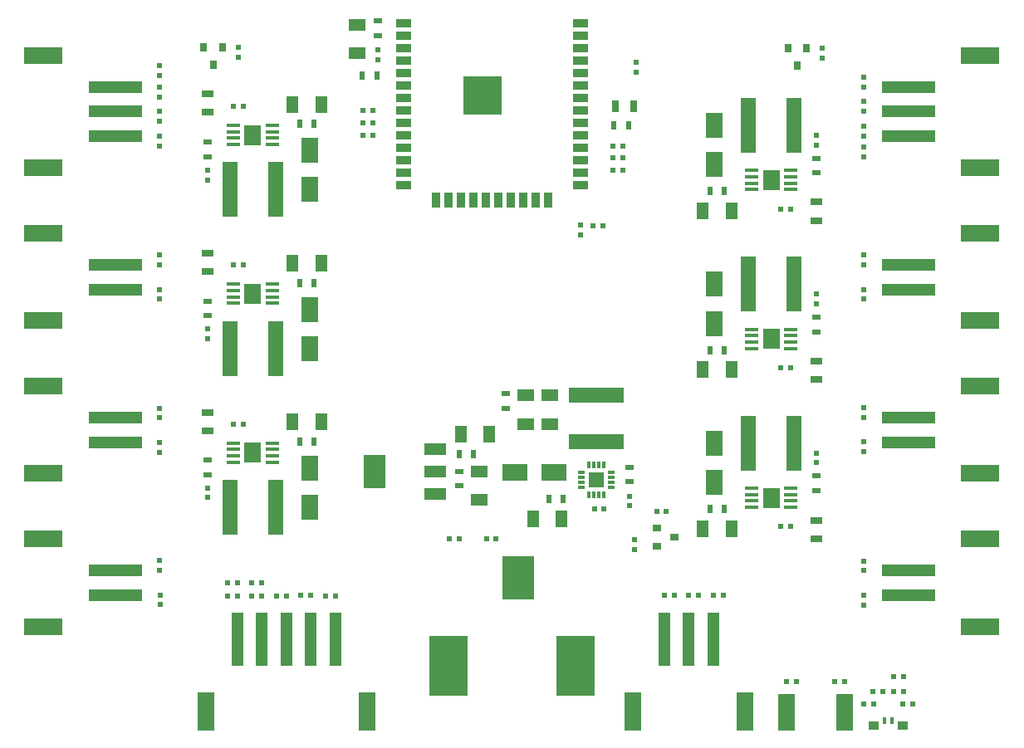
<source format=gtp>
%FSLAX25Y25*%
%MOIN*%
G70*
G01*
G75*
G04 Layer_Color=8421504*
%ADD10C,0.01772*%
%ADD11C,0.01969*%
%ADD12R,0.06693X0.09843*%
%ADD13R,0.09843X0.06693*%
%ADD14R,0.03158X0.03827*%
%ADD15R,0.03827X0.03158*%
%ADD16R,0.08661X0.04724*%
%ADD17R,0.08661X0.13780*%
%ADD18R,0.06693X0.07874*%
%ADD19R,0.05315X0.01772*%
%ADD20R,0.06693X0.14567*%
%ADD21R,0.03150X0.01181*%
%ADD22R,0.01181X0.03150*%
%ADD23R,0.06693X0.06693*%
%ADD24C,0.03150*%
%ADD25R,0.03543X0.05906*%
%ADD26R,0.05906X0.03543*%
%ADD27R,0.19685X0.19685*%
%ADD28R,0.15354X0.24410*%
%ADD29R,0.12992X0.17323*%
%ADD30R,0.01575X0.03150*%
%ADD31R,0.03937X0.03543*%
%ADD32R,0.07087X0.15354*%
%ADD33R,0.05118X0.21654*%
%ADD34R,0.15354X0.07087*%
%ADD35R,0.21654X0.05118*%
%ADD36R,0.02362X0.01969*%
%ADD37R,0.01969X0.02362*%
%ADD38R,0.03543X0.02362*%
%ADD39R,0.02362X0.03543*%
%ADD40R,0.02756X0.05118*%
%ADD41R,0.05118X0.02756*%
%ADD42R,0.06890X0.04724*%
%ADD43R,0.04724X0.06890*%
%ADD44R,0.06299X0.22441*%
%ADD45R,0.22441X0.06299*%
%ADD46C,0.03937*%
%ADD47C,0.00787*%
%ADD48C,0.01181*%
%ADD49C,0.01575*%
%ADD50C,0.02362*%
%ADD51C,0.05906*%
%ADD52C,0.01378*%
%ADD53C,0.02953*%
%ADD54C,0.03150*%
%ADD55C,0.00591*%
%ADD56R,0.10433X0.04331*%
%ADD57R,0.09449X0.04331*%
%ADD58R,0.06200X0.08500*%
%ADD59R,0.08500X0.06200*%
%ADD60R,0.06200X0.17300*%
%ADD61R,0.04331X0.09449*%
%ADD62R,0.25000X0.04331*%
%ADD63R,0.09055X0.04331*%
%ADD64R,0.11417X0.09449*%
%ADD65R,0.07087X0.04331*%
%ADD66R,0.04232X0.02854*%
%ADD67C,0.23622*%
%ADD68C,0.05906*%
%ADD69C,0.09055*%
%ADD70C,0.03543*%
%ADD71C,0.07874*%
%ADD72C,0.06299*%
%ADD73C,0.02362*%
%ADD74C,0.02598*%
%ADD75C,0.04000*%
%ADD76C,0.17716*%
%ADD77C,0.03740*%
%ADD78C,0.11614*%
%ADD79C,0.10236*%
%ADD80C,0.02756*%
%ADD81C,0.07874*%
%ADD82R,0.05906X0.04232*%
%ADD83R,0.05915X0.03248*%
%ADD84R,0.11811X0.19685*%
%ADD85R,0.19685X0.11811*%
%ADD86R,0.11811X0.11811*%
%ADD87R,0.09055X0.08764*%
%ADD88R,0.09055X0.04331*%
%ADD89R,0.08563X0.04331*%
%ADD90R,0.19488X0.10925*%
%ADD91R,0.03051X0.09449*%
%ADD92C,0.00984*%
%ADD93C,0.00100*%
%ADD94C,0.01000*%
%ADD95R,0.06299X0.06299*%
%ADD96R,0.15748X0.15748*%
D12*
X-81102Y60732D02*
D03*
Y76480D02*
D03*
Y-3047D02*
D03*
Y12701D02*
D03*
Y-66827D02*
D03*
Y-51079D02*
D03*
X81181Y-41047D02*
D03*
Y-56795D02*
D03*
Y22732D02*
D03*
Y6984D02*
D03*
Y86512D02*
D03*
Y70764D02*
D03*
D13*
X1181Y-52854D02*
D03*
X16929D02*
D03*
D14*
X114469Y110492D02*
D03*
X110728Y117461D02*
D03*
X118209D02*
D03*
X-119887Y110909D02*
D03*
X-123627Y117877D02*
D03*
X-116147D02*
D03*
D15*
X65098Y-78740D02*
D03*
X58130Y-82480D02*
D03*
Y-75000D02*
D03*
D16*
X-30807Y-61417D02*
D03*
Y-52362D02*
D03*
Y-43307D02*
D03*
D17*
X-55216Y-52362D02*
D03*
D18*
X-104035Y82681D02*
D03*
Y18902D02*
D03*
Y-44878D02*
D03*
X104114Y-62996D02*
D03*
Y783D02*
D03*
Y64563D02*
D03*
D19*
X-96260Y78843D02*
D03*
Y81402D02*
D03*
Y83961D02*
D03*
Y86520D02*
D03*
X-111811Y78843D02*
D03*
Y81402D02*
D03*
Y83961D02*
D03*
Y86520D02*
D03*
X-96260Y15063D02*
D03*
Y17622D02*
D03*
Y20181D02*
D03*
Y22740D02*
D03*
X-111811Y15063D02*
D03*
Y17622D02*
D03*
Y20181D02*
D03*
Y22740D02*
D03*
X-96260Y-48717D02*
D03*
Y-46158D02*
D03*
Y-43598D02*
D03*
Y-41039D02*
D03*
X-111811Y-48717D02*
D03*
Y-46158D02*
D03*
Y-43598D02*
D03*
Y-41039D02*
D03*
X96339Y-59158D02*
D03*
Y-61717D02*
D03*
Y-64276D02*
D03*
Y-66835D02*
D03*
X111890Y-59158D02*
D03*
Y-61717D02*
D03*
Y-64276D02*
D03*
Y-66835D02*
D03*
X96339Y4622D02*
D03*
Y2063D02*
D03*
Y-496D02*
D03*
Y-3055D02*
D03*
X111890Y4622D02*
D03*
Y2063D02*
D03*
Y-496D02*
D03*
Y-3055D02*
D03*
X96339Y68402D02*
D03*
Y65842D02*
D03*
Y63283D02*
D03*
Y60724D02*
D03*
X111890Y68402D02*
D03*
Y65842D02*
D03*
Y63283D02*
D03*
Y60724D02*
D03*
D20*
X110236Y-149016D02*
D03*
X133465D02*
D03*
D21*
X28029Y-52762D02*
D03*
Y-54730D02*
D03*
Y-56699D02*
D03*
Y-58667D02*
D03*
X39840D02*
D03*
Y-56699D02*
D03*
Y-54730D02*
D03*
Y-52762D02*
D03*
D22*
X30982Y-61620D02*
D03*
X32950D02*
D03*
X34919D02*
D03*
X36887D02*
D03*
Y-49809D02*
D03*
X34919D02*
D03*
X32950D02*
D03*
X30982D02*
D03*
D25*
X14626Y56693D02*
D03*
X9626D02*
D03*
X4626D02*
D03*
X-374D02*
D03*
X-5374D02*
D03*
X-10374D02*
D03*
X-15374D02*
D03*
X-20374D02*
D03*
X-25374D02*
D03*
X-30374D02*
D03*
D03*
D26*
X-43307Y62559D02*
D03*
Y67559D02*
D03*
Y72559D02*
D03*
Y77559D02*
D03*
Y82559D02*
D03*
Y87559D02*
D03*
Y92559D02*
D03*
Y97559D02*
D03*
Y102559D02*
D03*
Y107559D02*
D03*
Y112559D02*
D03*
Y117559D02*
D03*
Y122559D02*
D03*
Y127559D02*
D03*
X27559Y62559D02*
D03*
Y67559D02*
D03*
Y72559D02*
D03*
Y77559D02*
D03*
Y82559D02*
D03*
Y87559D02*
D03*
Y92559D02*
D03*
Y97559D02*
D03*
Y102559D02*
D03*
Y107559D02*
D03*
Y112559D02*
D03*
Y117559D02*
D03*
Y122559D02*
D03*
Y127559D02*
D03*
D28*
X25394Y-130315D02*
D03*
X-25394D02*
D03*
D29*
X2559Y-95079D02*
D03*
D30*
X152657Y-152559D02*
D03*
X149508D02*
D03*
D31*
X156988Y-154331D02*
D03*
X145177D02*
D03*
D32*
X48524Y-148622D02*
D03*
X93405D02*
D03*
X-122835D02*
D03*
X-58268D02*
D03*
D33*
X80807Y-119882D02*
D03*
X70965D02*
D03*
X61122D02*
D03*
X-110236D02*
D03*
X-100394D02*
D03*
X-90551D02*
D03*
X-80709D02*
D03*
X-70866D02*
D03*
D34*
X187992Y69685D02*
D03*
Y114567D02*
D03*
X-187992D02*
D03*
Y69685D02*
D03*
Y43154D02*
D03*
Y8114D02*
D03*
Y-18221D02*
D03*
Y-53260D02*
D03*
Y-79594D02*
D03*
Y-114634D02*
D03*
X187992D02*
D03*
Y-79594D02*
D03*
Y-53260D02*
D03*
Y-18221D02*
D03*
Y8114D02*
D03*
Y43154D02*
D03*
D35*
X159252Y101969D02*
D03*
Y92126D02*
D03*
Y82284D02*
D03*
X-159252D02*
D03*
Y92126D02*
D03*
Y101969D02*
D03*
Y20713D02*
D03*
Y30555D02*
D03*
Y-40661D02*
D03*
Y-30819D02*
D03*
Y-102035D02*
D03*
Y-92193D02*
D03*
X159252D02*
D03*
Y-102035D02*
D03*
Y-30819D02*
D03*
Y-40661D02*
D03*
Y30555D02*
D03*
Y20713D02*
D03*
D36*
X141240Y105905D02*
D03*
Y101969D02*
D03*
X124508Y117520D02*
D03*
Y113583D02*
D03*
X49311Y-83661D02*
D03*
Y-79724D02*
D03*
X141339Y86221D02*
D03*
Y82284D02*
D03*
Y77756D02*
D03*
Y73819D02*
D03*
X-141339Y106496D02*
D03*
Y110433D02*
D03*
X-122047Y64669D02*
D03*
Y68606D02*
D03*
Y890D02*
D03*
Y4827D02*
D03*
Y-62890D02*
D03*
Y-58953D02*
D03*
X122126Y-44984D02*
D03*
Y-48921D02*
D03*
Y18795D02*
D03*
Y14858D02*
D03*
Y82575D02*
D03*
Y78638D02*
D03*
X-53937Y112992D02*
D03*
Y116929D02*
D03*
X50000Y111811D02*
D03*
Y107874D02*
D03*
X27559Y46457D02*
D03*
Y42520D02*
D03*
X-109651Y117937D02*
D03*
Y113999D02*
D03*
X47244Y-62303D02*
D03*
Y-66240D02*
D03*
X-141337Y16732D02*
D03*
Y20669D02*
D03*
X-141437Y34449D02*
D03*
Y30512D02*
D03*
X-141339Y-44685D02*
D03*
Y-40748D02*
D03*
X-141439Y-26969D02*
D03*
Y-30906D02*
D03*
X-141239Y-105905D02*
D03*
Y-101969D02*
D03*
X-141339Y-88189D02*
D03*
Y-92126D02*
D03*
X141239Y-88287D02*
D03*
Y-92224D02*
D03*
X141339Y-106004D02*
D03*
Y-102067D02*
D03*
X141239Y-26772D02*
D03*
Y-30709D02*
D03*
X141339Y-44488D02*
D03*
Y-40551D02*
D03*
X141258Y34453D02*
D03*
Y30516D02*
D03*
X141358Y16736D02*
D03*
Y20673D02*
D03*
X-141339Y78347D02*
D03*
Y82284D02*
D03*
Y88189D02*
D03*
Y92126D02*
D03*
Y98032D02*
D03*
Y101969D02*
D03*
X141339Y96063D02*
D03*
Y92126D02*
D03*
D37*
X84744Y-101969D02*
D03*
X80807D02*
D03*
X58071Y-68504D02*
D03*
X62008D02*
D03*
X-100394Y-97244D02*
D03*
X-104331D02*
D03*
X-110236D02*
D03*
X-114173D02*
D03*
X-74803Y-102362D02*
D03*
X-70866D02*
D03*
X-80709Y-102262D02*
D03*
X-84646D02*
D03*
X-94488Y-102362D02*
D03*
X-90551D02*
D03*
X-104331D02*
D03*
X-100394D02*
D03*
X-114173D02*
D03*
X-110236D02*
D03*
X-111811Y94197D02*
D03*
X-107874D02*
D03*
X-111811Y30417D02*
D03*
X-107874D02*
D03*
X-111811Y-33362D02*
D03*
X-107874D02*
D03*
X111890Y-74512D02*
D03*
X107953D02*
D03*
X111890Y-10732D02*
D03*
X107953D02*
D03*
X111890Y53047D02*
D03*
X107953D02*
D03*
X32677Y46188D02*
D03*
X36614D02*
D03*
X157237Y-134941D02*
D03*
X153300D02*
D03*
X-59842Y92520D02*
D03*
X-55905D02*
D03*
X-59842Y87509D02*
D03*
X-55905D02*
D03*
X-59842Y82509D02*
D03*
X-55905D02*
D03*
X44488Y68504D02*
D03*
X40551D02*
D03*
X44488Y73396D02*
D03*
X40551D02*
D03*
X44488Y78347D02*
D03*
X40551D02*
D03*
X37008Y-67421D02*
D03*
X33071D02*
D03*
X141240Y-145669D02*
D03*
X145177D02*
D03*
X160925Y-145669D02*
D03*
X156988D02*
D03*
X157288Y-140845D02*
D03*
X153351D02*
D03*
X144964Y-140938D02*
D03*
X148901D02*
D03*
X74902Y-101969D02*
D03*
X70965D02*
D03*
X65059D02*
D03*
X61122D02*
D03*
X-10236Y-79528D02*
D03*
X-6299D02*
D03*
X-25197D02*
D03*
X-21260D02*
D03*
X114173Y-136811D02*
D03*
X110236D02*
D03*
X133465D02*
D03*
X129528D02*
D03*
D38*
X-53937Y122638D02*
D03*
Y128543D02*
D03*
X-122047Y79827D02*
D03*
Y73921D02*
D03*
Y-47732D02*
D03*
Y-53638D02*
D03*
Y10142D02*
D03*
Y16047D02*
D03*
X122126Y-60142D02*
D03*
Y-54236D02*
D03*
Y67417D02*
D03*
Y73323D02*
D03*
Y9543D02*
D03*
Y3638D02*
D03*
X47244Y-56595D02*
D03*
Y-50689D02*
D03*
X-2362Y-21161D02*
D03*
Y-27067D02*
D03*
X-21063Y-52362D02*
D03*
Y-58268D02*
D03*
D39*
X-60039Y106693D02*
D03*
X-54134D02*
D03*
X-85236Y87110D02*
D03*
X-79331D02*
D03*
X-85236Y23331D02*
D03*
X-79331D02*
D03*
X-85236Y-40449D02*
D03*
X-79331D02*
D03*
X85315Y-67425D02*
D03*
X79409D02*
D03*
X85315Y-3646D02*
D03*
X79409D02*
D03*
X85315Y60134D02*
D03*
X79409D02*
D03*
X20669Y-63484D02*
D03*
X14764D02*
D03*
X46949Y86614D02*
D03*
X41043D02*
D03*
X-21260Y-45374D02*
D03*
X-15354D02*
D03*
D40*
X49016Y94193D02*
D03*
X41535D02*
D03*
D41*
X-122047Y99217D02*
D03*
Y91736D02*
D03*
Y35339D02*
D03*
Y27858D02*
D03*
Y-28638D02*
D03*
Y-36118D02*
D03*
X122126Y-79532D02*
D03*
Y-72051D02*
D03*
Y-15457D02*
D03*
Y-7976D02*
D03*
Y48323D02*
D03*
Y55803D02*
D03*
D42*
X-62205Y115551D02*
D03*
Y126969D02*
D03*
X15354Y-21949D02*
D03*
Y-33366D02*
D03*
X-12992Y-52362D02*
D03*
Y-63779D02*
D03*
X5709Y-21949D02*
D03*
Y-33366D02*
D03*
D43*
X-87992Y94984D02*
D03*
X-76575D02*
D03*
X-87992Y31205D02*
D03*
X-76575D02*
D03*
X-87992Y-32575D02*
D03*
X-76575D02*
D03*
X88071Y-75299D02*
D03*
X76653D02*
D03*
X88071Y-11520D02*
D03*
X76653D02*
D03*
X88071Y52260D02*
D03*
X76653D02*
D03*
X19882Y-71358D02*
D03*
X8465D02*
D03*
X-20472Y-37303D02*
D03*
X-9055D02*
D03*
D44*
X-94685Y60732D02*
D03*
X-113189D02*
D03*
X-94685Y-3047D02*
D03*
X-113189D02*
D03*
X-94685Y-66827D02*
D03*
X-113189D02*
D03*
X94764Y-41047D02*
D03*
X113268D02*
D03*
X94764Y22732D02*
D03*
X113268D02*
D03*
X94764Y86512D02*
D03*
X113268D02*
D03*
D45*
X33858Y-21949D02*
D03*
Y-40453D02*
D03*
D95*
X33934Y-55714D02*
D03*
D96*
X-11929Y98465D02*
D03*
M02*

</source>
